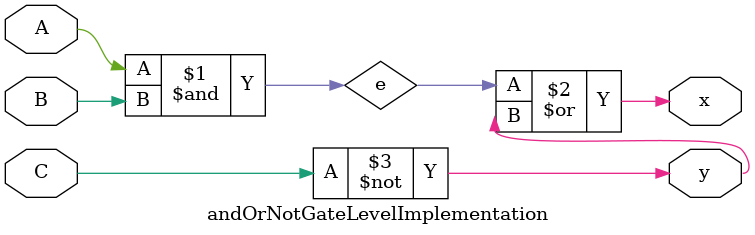
<source format=v>

module andOrNotGateLevelImplementation(A,B,C,x,y);

input A,B,C;
wire e;
output x,y;

and g1(e,A,B);
not g2(y,C);
or g3(x,e,y);

endmodule

</source>
